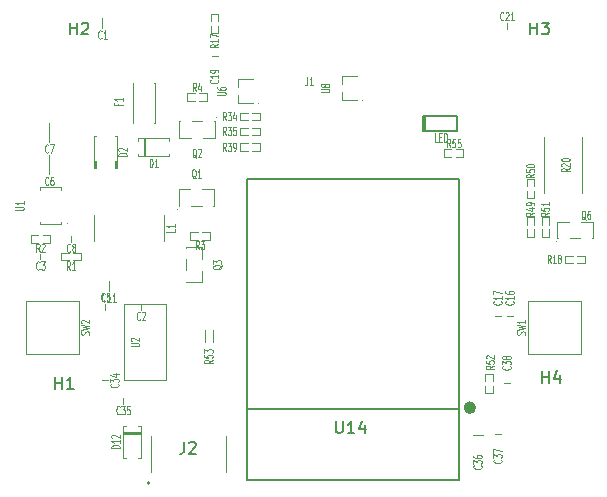
<source format=gbr>
G04 #@! TF.GenerationSoftware,KiCad,Pcbnew,(5.0.0)*
G04 #@! TF.CreationDate,2019-08-11T19:05:01-03:00*
G04 #@! TF.ProjectId,PF_apiner,50465F6170696E65722E6B696361645F,rev?*
G04 #@! TF.SameCoordinates,Original*
G04 #@! TF.FileFunction,Legend,Top*
G04 #@! TF.FilePolarity,Positive*
%FSLAX46Y46*%
G04 Gerber Fmt 4.6, Leading zero omitted, Abs format (unit mm)*
G04 Created by KiCad (PCBNEW (5.0.0)) date 08/11/19 19:05:01*
%MOMM*%
%LPD*%
G01*
G04 APERTURE LIST*
%ADD10C,0.101600*%
%ADD11C,0.500000*%
%ADD12C,0.150000*%
%ADD13C,0.127000*%
%ADD14C,0.114300*%
G04 APERTURE END LIST*
D10*
G04 #@! TO.C,F1*
X90090000Y-43785000D02*
X90090000Y-47215000D01*
X91920000Y-47215000D02*
X91920000Y-43785000D01*
X90110000Y-43785000D02*
X90090000Y-43785000D01*
X90110000Y-47215000D02*
X90090000Y-47215000D01*
X91920000Y-47215000D02*
X91900000Y-47215000D01*
X91920000Y-43785000D02*
X91900000Y-43785000D01*
G04 #@! TO.C,J2*
X91575000Y-73726000D02*
X91575000Y-76774000D01*
X97925000Y-76774000D02*
X97925000Y-73726000D01*
X91450000Y-77700000D02*
G75*
G03X91450000Y-77700000I-50000J0D01*
G01*
X91511803Y-77700000D02*
G75*
G03X91511803Y-77700000I-111803J0D01*
G01*
G04 #@! TO.C,Q6*
X129000000Y-56950000D02*
X128950000Y-56950000D01*
X126000000Y-56950000D02*
X126050000Y-56950000D01*
X127050000Y-56950000D02*
X127950000Y-56950000D01*
X125950000Y-57250000D02*
G75*
G03X125950000Y-57250000I-50000J0D01*
G01*
X128000000Y-55550000D02*
X129000000Y-55550000D01*
X126000000Y-55550000D02*
X127000000Y-55550000D01*
X129000000Y-55550000D02*
X129000000Y-56950000D01*
X126000000Y-56950000D02*
X126000000Y-55550000D01*
G04 #@! TO.C,C16*
X121750000Y-63500000D02*
X122250000Y-63500000D01*
G04 #@! TO.C,C1*
X87500000Y-39175000D02*
X87500000Y-38325000D01*
G04 #@! TO.C,C2*
X90750000Y-63000000D02*
X90750000Y-62500000D01*
G04 #@! TO.C,C3*
X82250000Y-58750000D02*
X82250000Y-58250000D01*
G04 #@! TO.C,C5*
X87750000Y-62500000D02*
X87750000Y-63000000D01*
G04 #@! TO.C,C6*
X83000000Y-51550000D02*
X83000000Y-49950000D01*
G04 #@! TO.C,C7*
X83000000Y-48800000D02*
X83000000Y-47200000D01*
G04 #@! TO.C,C8*
X84850000Y-57250000D02*
X84850000Y-56750000D01*
G04 #@! TO.C,C11*
X88048980Y-61449212D02*
X88048980Y-60599212D01*
G04 #@! TO.C,C17*
X120750000Y-63500000D02*
X121250000Y-63500000D01*
G04 #@! TO.C,C19*
X97250000Y-41500000D02*
X96750000Y-41500000D01*
G04 #@! TO.C,C21*
X121750000Y-38750000D02*
X121750000Y-39250000D01*
G04 #@! TO.C,C35*
X89250000Y-71000000D02*
X89250000Y-70500000D01*
G04 #@! TO.C,C36*
X119725000Y-73650000D02*
X118875000Y-73650000D01*
G04 #@! TO.C,C37*
X121250000Y-73500000D02*
X120750000Y-73500000D01*
G04 #@! TO.C,C38*
X122000000Y-69250000D02*
X121500000Y-69250000D01*
G04 #@! TO.C,D1*
X91075000Y-50020000D02*
X91075000Y-48480000D01*
X91145000Y-48480000D02*
X91145000Y-50020000D01*
X91005000Y-50020000D02*
X91005000Y-48480000D01*
X93175000Y-48480000D02*
X90475000Y-48480000D01*
X90475000Y-48480000D02*
X90475000Y-48710000D01*
X93175000Y-48480000D02*
X93175000Y-48710000D01*
X93175000Y-50020000D02*
X90475000Y-50020000D01*
X90475000Y-50020000D02*
X90475000Y-49790000D01*
X93175000Y-50020000D02*
X93175000Y-49790000D01*
G04 #@! TO.C,D2*
X86785000Y-48300000D02*
X86785000Y-51000000D01*
X88715000Y-48300000D02*
X88715000Y-51000000D01*
X88550000Y-51000000D02*
X88550000Y-50450000D01*
X88650000Y-51000000D02*
X88650000Y-50450000D01*
X86950000Y-51000000D02*
X86950000Y-50450000D01*
X86850000Y-51000000D02*
X86850000Y-50450000D01*
X88550000Y-51000000D02*
X88715000Y-51000000D01*
X86950000Y-51000000D02*
X86785000Y-51000000D01*
X88550000Y-50450000D02*
X88715000Y-50450000D01*
X86950000Y-50450000D02*
X86785000Y-50450000D01*
X88715000Y-48300000D02*
X88550000Y-48300000D01*
X86785000Y-48300000D02*
X86950000Y-48300000D01*
G04 #@! TO.C,D12*
X89230000Y-73425000D02*
X90770000Y-73425000D01*
X90770000Y-73495000D02*
X89230000Y-73495000D01*
X89230000Y-73355000D02*
X90770000Y-73355000D01*
X90770000Y-75525000D02*
X90770000Y-72825000D01*
X90770000Y-72825000D02*
X90540000Y-72825000D01*
X90770000Y-75525000D02*
X90540000Y-75525000D01*
X89230000Y-75525000D02*
X89230000Y-72825000D01*
X89230000Y-72825000D02*
X89460000Y-72825000D01*
X89230000Y-75525000D02*
X89460000Y-75525000D01*
G04 #@! TO.C,L1*
X86750000Y-57200000D02*
X86750000Y-55000000D01*
X92750000Y-55000000D02*
X92750000Y-57200000D01*
G04 #@! TO.C,Q1*
X96950000Y-54200000D02*
X96900000Y-54200000D01*
X93950000Y-54200000D02*
X94000000Y-54200000D01*
X95000000Y-54200000D02*
X95900000Y-54200000D01*
X93900000Y-54500000D02*
G75*
G03X93900000Y-54500000I-50000J0D01*
G01*
X95950000Y-52800000D02*
X96950000Y-52800000D01*
X93950000Y-52800000D02*
X94950000Y-52800000D01*
X96950000Y-52800000D02*
X96950000Y-54200000D01*
X93950000Y-54200000D02*
X93950000Y-52800000D01*
G04 #@! TO.C,Q2*
X94000000Y-47050000D02*
X94050000Y-47050000D01*
X97000000Y-47050000D02*
X96950000Y-47050000D01*
X95950000Y-47050000D02*
X95050000Y-47050000D01*
X97150000Y-46750000D02*
G75*
G03X97150000Y-46750000I-50000J0D01*
G01*
X95000000Y-48450000D02*
X94000000Y-48450000D01*
X97000000Y-48450000D02*
X96000000Y-48450000D01*
X94000000Y-48450000D02*
X94000000Y-47050000D01*
X97000000Y-47050000D02*
X97000000Y-48450000D01*
G04 #@! TO.C,Q3*
X94550000Y-60700000D02*
X94550000Y-60650000D01*
X94550000Y-57700000D02*
X94550000Y-57750000D01*
X94550000Y-58750000D02*
X94550000Y-59650000D01*
X94300000Y-57600000D02*
G75*
G03X94300000Y-57600000I-50000J0D01*
G01*
X95950000Y-59700000D02*
X95950000Y-60700000D01*
X95950000Y-57700000D02*
X95950000Y-58700000D01*
X95950000Y-60700000D02*
X94550000Y-60700000D01*
X94550000Y-57700000D02*
X95950000Y-57700000D01*
G04 #@! TO.C,R1*
X84030000Y-58180000D02*
X84650000Y-58180000D01*
X84030000Y-58820000D02*
X84030000Y-58180000D01*
X84650000Y-58820000D02*
X84030000Y-58820000D01*
X85670000Y-58180000D02*
X85050000Y-58180000D01*
X85670000Y-58820000D02*
X85670000Y-58180000D01*
X85050000Y-58820000D02*
X85670000Y-58820000D01*
G04 #@! TO.C,R2*
X81430000Y-56680000D02*
X82050000Y-56680000D01*
X81430000Y-57320000D02*
X81430000Y-56680000D01*
X82050000Y-57320000D02*
X81430000Y-57320000D01*
X83070000Y-56680000D02*
X82450000Y-56680000D01*
X83070000Y-57320000D02*
X83070000Y-56680000D01*
X82450000Y-57320000D02*
X83070000Y-57320000D01*
G04 #@! TO.C,R3*
X94930000Y-56430000D02*
X95550000Y-56430000D01*
X94930000Y-57070000D02*
X94930000Y-56430000D01*
X95550000Y-57070000D02*
X94930000Y-57070000D01*
X96570000Y-56430000D02*
X95950000Y-56430000D01*
X96570000Y-57070000D02*
X96570000Y-56430000D01*
X95950000Y-57070000D02*
X96570000Y-57070000D01*
G04 #@! TO.C,R4*
X96320000Y-45320000D02*
X95700000Y-45320000D01*
X96320000Y-44680000D02*
X96320000Y-45320000D01*
X95700000Y-44680000D02*
X96320000Y-44680000D01*
X94680000Y-45320000D02*
X95300000Y-45320000D01*
X94680000Y-44680000D02*
X94680000Y-45320000D01*
X95300000Y-44680000D02*
X94680000Y-44680000D01*
G04 #@! TO.C,R17*
X97320000Y-37930000D02*
X97320000Y-38550000D01*
X96680000Y-37930000D02*
X97320000Y-37930000D01*
X96680000Y-38550000D02*
X96680000Y-37930000D01*
X97320000Y-39570000D02*
X97320000Y-38950000D01*
X96680000Y-39570000D02*
X97320000Y-39570000D01*
X96680000Y-38950000D02*
X96680000Y-39570000D01*
G04 #@! TO.C,R18*
X126680000Y-58430000D02*
X127300000Y-58430000D01*
X126680000Y-59070000D02*
X126680000Y-58430000D01*
X127300000Y-59070000D02*
X126680000Y-59070000D01*
X128320000Y-58430000D02*
X127700000Y-58430000D01*
X128320000Y-59070000D02*
X128320000Y-58430000D01*
X127700000Y-59070000D02*
X128320000Y-59070000D01*
G04 #@! TO.C,R20*
X124900000Y-53150000D02*
X124900000Y-48350000D01*
X128100000Y-48350000D02*
X128100000Y-53150000D01*
G04 #@! TO.C,R34*
X99180000Y-46332714D02*
X99800000Y-46332714D01*
X99180000Y-46972714D02*
X99180000Y-46332714D01*
X99800000Y-46972714D02*
X99180000Y-46972714D01*
X100820000Y-46332714D02*
X100200000Y-46332714D01*
X100820000Y-46972714D02*
X100820000Y-46332714D01*
X100200000Y-46972714D02*
X100820000Y-46972714D01*
G04 #@! TO.C,R35*
X100820000Y-48222714D02*
X100200000Y-48222714D01*
X100820000Y-47582714D02*
X100820000Y-48222714D01*
X100200000Y-47582714D02*
X100820000Y-47582714D01*
X99180000Y-48222714D02*
X99800000Y-48222714D01*
X99180000Y-47582714D02*
X99180000Y-48222714D01*
X99800000Y-47582714D02*
X99180000Y-47582714D01*
G04 #@! TO.C,R39*
X99180000Y-48930000D02*
X99800000Y-48930000D01*
X99180000Y-49570000D02*
X99180000Y-48930000D01*
X99800000Y-49570000D02*
X99180000Y-49570000D01*
X100820000Y-48930000D02*
X100200000Y-48930000D01*
X100820000Y-49570000D02*
X100820000Y-48930000D01*
X100200000Y-49570000D02*
X100820000Y-49570000D01*
G04 #@! TO.C,R49*
X123430000Y-56820000D02*
X123430000Y-56200000D01*
X124070000Y-56820000D02*
X123430000Y-56820000D01*
X124070000Y-56200000D02*
X124070000Y-56820000D01*
X123430000Y-55180000D02*
X123430000Y-55800000D01*
X124070000Y-55180000D02*
X123430000Y-55180000D01*
X124070000Y-55800000D02*
X124070000Y-55180000D01*
G04 #@! TO.C,R50*
X123430000Y-53570000D02*
X123430000Y-52950000D01*
X124070000Y-53570000D02*
X123430000Y-53570000D01*
X124070000Y-52950000D02*
X124070000Y-53570000D01*
X123430000Y-51930000D02*
X123430000Y-52550000D01*
X124070000Y-51930000D02*
X123430000Y-51930000D01*
X124070000Y-52550000D02*
X124070000Y-51930000D01*
G04 #@! TO.C,R51*
X124680000Y-56820000D02*
X124680000Y-56200000D01*
X125320000Y-56820000D02*
X124680000Y-56820000D01*
X125320000Y-56200000D02*
X125320000Y-56820000D01*
X124680000Y-55180000D02*
X124680000Y-55800000D01*
X125320000Y-55180000D02*
X124680000Y-55180000D01*
X125320000Y-55800000D02*
X125320000Y-55180000D01*
G04 #@! TO.C,R52*
X119930000Y-70070000D02*
X119930000Y-69450000D01*
X120570000Y-70070000D02*
X119930000Y-70070000D01*
X120570000Y-69450000D02*
X120570000Y-70070000D01*
X119930000Y-68430000D02*
X119930000Y-69050000D01*
X120570000Y-68430000D02*
X119930000Y-68430000D01*
X120570000Y-69050000D02*
X120570000Y-68430000D01*
G04 #@! TO.C,R53*
X96820000Y-64750000D02*
X96820000Y-65750000D01*
X96180000Y-64750000D02*
X96180000Y-65750000D01*
G04 #@! TO.C,SW1*
X128000000Y-66750000D02*
X123500000Y-66750000D01*
X128000000Y-62250000D02*
X128000000Y-66750000D01*
X123500000Y-62250000D02*
X128000000Y-62250000D01*
X123500000Y-66750000D02*
X123500000Y-62250000D01*
G04 #@! TO.C,SW2*
X81000000Y-62250000D02*
X85500000Y-62250000D01*
X81000000Y-66750000D02*
X81000000Y-62250000D01*
X85500000Y-66750000D02*
X81000000Y-66750000D01*
X85500000Y-62250000D02*
X85500000Y-66750000D01*
G04 #@! TO.C,U1*
X84550000Y-55700000D02*
G75*
G03X84550000Y-55700000I-50000J0D01*
G01*
X82200000Y-55550000D02*
X82200000Y-55750000D01*
X84000000Y-55550000D02*
X84000000Y-55750000D01*
X82200000Y-52650000D02*
X82200000Y-52850000D01*
X84000000Y-52650000D02*
X84000000Y-52850000D01*
X82200000Y-52650000D02*
X84000000Y-52650000D01*
X84000000Y-55750000D02*
X82200000Y-55750000D01*
G04 #@! TO.C,U2*
X89350000Y-69000000D02*
X92850000Y-69000000D01*
X89350000Y-62500000D02*
X89350000Y-69000000D01*
X89350000Y-62500000D02*
X92850000Y-62500000D01*
X92850000Y-62500000D02*
X92850000Y-69000000D01*
G04 #@! TO.C,U6*
X100750000Y-45550000D02*
G75*
G03X100750000Y-45550000I-50000J0D01*
G01*
X98975000Y-45500000D02*
X100225000Y-45500000D01*
X98975000Y-44850000D02*
X98975000Y-45500000D01*
X98975000Y-43500000D02*
X100225000Y-43500000D01*
X98975000Y-43500000D02*
X98975000Y-44150000D01*
G04 #@! TO.C,U8*
X109550000Y-45300000D02*
G75*
G03X109550000Y-45300000I-50000J0D01*
G01*
X107775000Y-45250000D02*
X109025000Y-45250000D01*
X107775000Y-44600000D02*
X107775000Y-45250000D01*
X107775000Y-43250000D02*
X109025000Y-43250000D01*
X107775000Y-43250000D02*
X107775000Y-43900000D01*
D11*
G04 #@! TO.C,U14*
X118889981Y-71304000D02*
G75*
G03X118889981Y-71304000I-283981J0D01*
G01*
D12*
X99700000Y-71450000D02*
X117700000Y-71450000D01*
X117700000Y-77450000D02*
X117700000Y-51950000D01*
X99700000Y-77450000D02*
X99700000Y-51950000D01*
X99700000Y-51950000D02*
X117700000Y-51950000D01*
X99700000Y-77450000D02*
X117700000Y-77450000D01*
D10*
G04 #@! TO.C,C34*
X88000000Y-69000000D02*
X87500000Y-69000000D01*
D13*
G04 #@! TO.C,DS1*
X117525000Y-47850000D02*
X114625000Y-47850000D01*
X117525000Y-46650000D02*
X114625000Y-46650000D01*
X114625000Y-47850000D02*
X114625000Y-46650000D01*
X114825000Y-47850000D02*
X114825000Y-46650000D01*
X117525000Y-46650000D02*
X117525000Y-47850000D01*
D10*
G04 #@! TO.C,R55*
X118070000Y-50070000D02*
X117450000Y-50070000D01*
X118070000Y-49430000D02*
X118070000Y-50070000D01*
X117450000Y-49430000D02*
X118070000Y-49430000D01*
X116430000Y-50070000D02*
X117050000Y-50070000D01*
X116430000Y-49430000D02*
X116430000Y-50070000D01*
X117050000Y-49430000D02*
X116430000Y-49430000D01*
G04 #@! TO.C,F1*
X88849200Y-45552400D02*
X88849200Y-45704800D01*
X89221733Y-45704800D02*
X88510533Y-45704800D01*
X88510533Y-45487085D01*
X89221733Y-45073428D02*
X89221733Y-45334685D01*
X89221733Y-45204057D02*
X88510533Y-45204057D01*
X88612133Y-45247600D01*
X88679866Y-45291142D01*
X88713733Y-45334685D01*
G04 #@! TO.C,J2*
D12*
X94416666Y-74202380D02*
X94416666Y-74916666D01*
X94369047Y-75059523D01*
X94273809Y-75154761D01*
X94130952Y-75202380D01*
X94035714Y-75202380D01*
X94845238Y-74297619D02*
X94892857Y-74250000D01*
X94988095Y-74202380D01*
X95226190Y-74202380D01*
X95321428Y-74250000D01*
X95369047Y-74297619D01*
X95416666Y-74392857D01*
X95416666Y-74488095D01*
X95369047Y-74630952D01*
X94797619Y-75202380D01*
X95416666Y-75202380D01*
G04 #@! TO.C,Q6*
D14*
X128406457Y-55389466D02*
X128362914Y-55355600D01*
X128319371Y-55287866D01*
X128254057Y-55186266D01*
X128210514Y-55152400D01*
X128166971Y-55152400D01*
X128188742Y-55321733D02*
X128145200Y-55287866D01*
X128101657Y-55220133D01*
X128079885Y-55084666D01*
X128079885Y-54847600D01*
X128101657Y-54712133D01*
X128145200Y-54644400D01*
X128188742Y-54610533D01*
X128275828Y-54610533D01*
X128319371Y-54644400D01*
X128362914Y-54712133D01*
X128384685Y-54847600D01*
X128384685Y-55084666D01*
X128362914Y-55220133D01*
X128319371Y-55287866D01*
X128275828Y-55321733D01*
X128188742Y-55321733D01*
X128776571Y-54610533D02*
X128689485Y-54610533D01*
X128645942Y-54644400D01*
X128624171Y-54678266D01*
X128580628Y-54779866D01*
X128558857Y-54915333D01*
X128558857Y-55186266D01*
X128580628Y-55254000D01*
X128602400Y-55287866D01*
X128645942Y-55321733D01*
X128733028Y-55321733D01*
X128776571Y-55287866D01*
X128798342Y-55254000D01*
X128820114Y-55186266D01*
X128820114Y-55016933D01*
X128798342Y-54949200D01*
X128776571Y-54915333D01*
X128733028Y-54881466D01*
X128645942Y-54881466D01*
X128602400Y-54915333D01*
X128580628Y-54949200D01*
X128558857Y-55016933D01*
G04 #@! TO.C,C16*
D10*
X122254000Y-62293914D02*
X122287866Y-62315685D01*
X122321733Y-62381000D01*
X122321733Y-62424542D01*
X122287866Y-62489857D01*
X122220133Y-62533400D01*
X122152400Y-62555171D01*
X122016933Y-62576942D01*
X121915333Y-62576942D01*
X121779866Y-62555171D01*
X121712133Y-62533400D01*
X121644400Y-62489857D01*
X121610533Y-62424542D01*
X121610533Y-62381000D01*
X121644400Y-62315685D01*
X121678266Y-62293914D01*
X122321733Y-61858485D02*
X122321733Y-62119742D01*
X122321733Y-61989114D02*
X121610533Y-61989114D01*
X121712133Y-62032657D01*
X121779866Y-62076200D01*
X121813733Y-62119742D01*
X121610533Y-61466600D02*
X121610533Y-61553685D01*
X121644400Y-61597228D01*
X121678266Y-61619000D01*
X121779866Y-61662542D01*
X121915333Y-61684314D01*
X122186266Y-61684314D01*
X122254000Y-61662542D01*
X122287866Y-61640771D01*
X122321733Y-61597228D01*
X122321733Y-61510142D01*
X122287866Y-61466600D01*
X122254000Y-61444828D01*
X122186266Y-61423057D01*
X122016933Y-61423057D01*
X121949200Y-61444828D01*
X121915333Y-61466600D01*
X121881466Y-61510142D01*
X121881466Y-61597228D01*
X121915333Y-61640771D01*
X121949200Y-61662542D01*
X122016933Y-61684314D01*
G04 #@! TO.C,C1*
X87423800Y-40004000D02*
X87402028Y-40037866D01*
X87336714Y-40071733D01*
X87293171Y-40071733D01*
X87227857Y-40037866D01*
X87184314Y-39970133D01*
X87162542Y-39902400D01*
X87140771Y-39766933D01*
X87140771Y-39665333D01*
X87162542Y-39529866D01*
X87184314Y-39462133D01*
X87227857Y-39394400D01*
X87293171Y-39360533D01*
X87336714Y-39360533D01*
X87402028Y-39394400D01*
X87423800Y-39428266D01*
X87859228Y-40071733D02*
X87597971Y-40071733D01*
X87728600Y-40071733D02*
X87728600Y-39360533D01*
X87685057Y-39462133D01*
X87641514Y-39529866D01*
X87597971Y-39563733D01*
G04 #@! TO.C,C2*
X90673800Y-63804000D02*
X90652028Y-63837866D01*
X90586714Y-63871733D01*
X90543171Y-63871733D01*
X90477857Y-63837866D01*
X90434314Y-63770133D01*
X90412542Y-63702400D01*
X90390771Y-63566933D01*
X90390771Y-63465333D01*
X90412542Y-63329866D01*
X90434314Y-63262133D01*
X90477857Y-63194400D01*
X90543171Y-63160533D01*
X90586714Y-63160533D01*
X90652028Y-63194400D01*
X90673800Y-63228266D01*
X90847971Y-63228266D02*
X90869742Y-63194400D01*
X90913285Y-63160533D01*
X91022142Y-63160533D01*
X91065685Y-63194400D01*
X91087457Y-63228266D01*
X91109228Y-63296000D01*
X91109228Y-63363733D01*
X91087457Y-63465333D01*
X90826200Y-63871733D01*
X91109228Y-63871733D01*
G04 #@! TO.C,C3*
X82173800Y-59554000D02*
X82152028Y-59587866D01*
X82086714Y-59621733D01*
X82043171Y-59621733D01*
X81977857Y-59587866D01*
X81934314Y-59520133D01*
X81912542Y-59452400D01*
X81890771Y-59316933D01*
X81890771Y-59215333D01*
X81912542Y-59079866D01*
X81934314Y-59012133D01*
X81977857Y-58944400D01*
X82043171Y-58910533D01*
X82086714Y-58910533D01*
X82152028Y-58944400D01*
X82173800Y-58978266D01*
X82326200Y-58910533D02*
X82609228Y-58910533D01*
X82456828Y-59181466D01*
X82522142Y-59181466D01*
X82565685Y-59215333D01*
X82587457Y-59249200D01*
X82609228Y-59316933D01*
X82609228Y-59486266D01*
X82587457Y-59554000D01*
X82565685Y-59587866D01*
X82522142Y-59621733D01*
X82391514Y-59621733D01*
X82347971Y-59587866D01*
X82326200Y-59554000D01*
G04 #@! TO.C,C5*
X87673800Y-62204000D02*
X87652028Y-62237866D01*
X87586714Y-62271733D01*
X87543171Y-62271733D01*
X87477857Y-62237866D01*
X87434314Y-62170133D01*
X87412542Y-62102400D01*
X87390771Y-61966933D01*
X87390771Y-61865333D01*
X87412542Y-61729866D01*
X87434314Y-61662133D01*
X87477857Y-61594400D01*
X87543171Y-61560533D01*
X87586714Y-61560533D01*
X87652028Y-61594400D01*
X87673800Y-61628266D01*
X88087457Y-61560533D02*
X87869742Y-61560533D01*
X87847971Y-61899200D01*
X87869742Y-61865333D01*
X87913285Y-61831466D01*
X88022142Y-61831466D01*
X88065685Y-61865333D01*
X88087457Y-61899200D01*
X88109228Y-61966933D01*
X88109228Y-62136266D01*
X88087457Y-62204000D01*
X88065685Y-62237866D01*
X88022142Y-62271733D01*
X87913285Y-62271733D01*
X87869742Y-62237866D01*
X87847971Y-62204000D01*
G04 #@! TO.C,C6*
X82923800Y-52404000D02*
X82902028Y-52437866D01*
X82836714Y-52471733D01*
X82793171Y-52471733D01*
X82727857Y-52437866D01*
X82684314Y-52370133D01*
X82662542Y-52302400D01*
X82640771Y-52166933D01*
X82640771Y-52065333D01*
X82662542Y-51929866D01*
X82684314Y-51862133D01*
X82727857Y-51794400D01*
X82793171Y-51760533D01*
X82836714Y-51760533D01*
X82902028Y-51794400D01*
X82923800Y-51828266D01*
X83315685Y-51760533D02*
X83228600Y-51760533D01*
X83185057Y-51794400D01*
X83163285Y-51828266D01*
X83119742Y-51929866D01*
X83097971Y-52065333D01*
X83097971Y-52336266D01*
X83119742Y-52404000D01*
X83141514Y-52437866D01*
X83185057Y-52471733D01*
X83272142Y-52471733D01*
X83315685Y-52437866D01*
X83337457Y-52404000D01*
X83359228Y-52336266D01*
X83359228Y-52166933D01*
X83337457Y-52099200D01*
X83315685Y-52065333D01*
X83272142Y-52031466D01*
X83185057Y-52031466D01*
X83141514Y-52065333D01*
X83119742Y-52099200D01*
X83097971Y-52166933D01*
G04 #@! TO.C,C7*
X82923800Y-49654000D02*
X82902028Y-49687866D01*
X82836714Y-49721733D01*
X82793171Y-49721733D01*
X82727857Y-49687866D01*
X82684314Y-49620133D01*
X82662542Y-49552400D01*
X82640771Y-49416933D01*
X82640771Y-49315333D01*
X82662542Y-49179866D01*
X82684314Y-49112133D01*
X82727857Y-49044400D01*
X82793171Y-49010533D01*
X82836714Y-49010533D01*
X82902028Y-49044400D01*
X82923800Y-49078266D01*
X83076200Y-49010533D02*
X83381000Y-49010533D01*
X83185057Y-49721733D01*
G04 #@! TO.C,C8*
X84773800Y-58054000D02*
X84752028Y-58087866D01*
X84686714Y-58121733D01*
X84643171Y-58121733D01*
X84577857Y-58087866D01*
X84534314Y-58020133D01*
X84512542Y-57952400D01*
X84490771Y-57816933D01*
X84490771Y-57715333D01*
X84512542Y-57579866D01*
X84534314Y-57512133D01*
X84577857Y-57444400D01*
X84643171Y-57410533D01*
X84686714Y-57410533D01*
X84752028Y-57444400D01*
X84773800Y-57478266D01*
X85035057Y-57715333D02*
X84991514Y-57681466D01*
X84969742Y-57647600D01*
X84947971Y-57579866D01*
X84947971Y-57546000D01*
X84969742Y-57478266D01*
X84991514Y-57444400D01*
X85035057Y-57410533D01*
X85122142Y-57410533D01*
X85165685Y-57444400D01*
X85187457Y-57478266D01*
X85209228Y-57546000D01*
X85209228Y-57579866D01*
X85187457Y-57647600D01*
X85165685Y-57681466D01*
X85122142Y-57715333D01*
X85035057Y-57715333D01*
X84991514Y-57749200D01*
X84969742Y-57783066D01*
X84947971Y-57850800D01*
X84947971Y-57986266D01*
X84969742Y-58054000D01*
X84991514Y-58087866D01*
X85035057Y-58121733D01*
X85122142Y-58121733D01*
X85165685Y-58087866D01*
X85187457Y-58054000D01*
X85209228Y-57986266D01*
X85209228Y-57850800D01*
X85187457Y-57783066D01*
X85165685Y-57749200D01*
X85122142Y-57715333D01*
G04 #@! TO.C,C11*
X87755065Y-62278212D02*
X87733294Y-62312078D01*
X87667980Y-62345945D01*
X87624437Y-62345945D01*
X87559122Y-62312078D01*
X87515580Y-62244345D01*
X87493808Y-62176612D01*
X87472037Y-62041145D01*
X87472037Y-61939545D01*
X87493808Y-61804078D01*
X87515580Y-61736345D01*
X87559122Y-61668612D01*
X87624437Y-61634745D01*
X87667980Y-61634745D01*
X87733294Y-61668612D01*
X87755065Y-61702478D01*
X88190494Y-62345945D02*
X87929237Y-62345945D01*
X88059865Y-62345945D02*
X88059865Y-61634745D01*
X88016322Y-61736345D01*
X87972780Y-61804078D01*
X87929237Y-61837945D01*
X88625922Y-62345945D02*
X88364665Y-62345945D01*
X88495294Y-62345945D02*
X88495294Y-61634745D01*
X88451751Y-61736345D01*
X88408208Y-61804078D01*
X88364665Y-61837945D01*
G04 #@! TO.C,C17*
X121254000Y-62293914D02*
X121287866Y-62315685D01*
X121321733Y-62381000D01*
X121321733Y-62424542D01*
X121287866Y-62489857D01*
X121220133Y-62533400D01*
X121152400Y-62555171D01*
X121016933Y-62576942D01*
X120915333Y-62576942D01*
X120779866Y-62555171D01*
X120712133Y-62533400D01*
X120644400Y-62489857D01*
X120610533Y-62424542D01*
X120610533Y-62381000D01*
X120644400Y-62315685D01*
X120678266Y-62293914D01*
X121321733Y-61858485D02*
X121321733Y-62119742D01*
X121321733Y-61989114D02*
X120610533Y-61989114D01*
X120712133Y-62032657D01*
X120779866Y-62076200D01*
X120813733Y-62119742D01*
X120610533Y-61706085D02*
X120610533Y-61401285D01*
X121321733Y-61597228D01*
G04 #@! TO.C,C19*
X97254000Y-43543914D02*
X97287866Y-43565685D01*
X97321733Y-43631000D01*
X97321733Y-43674542D01*
X97287866Y-43739857D01*
X97220133Y-43783400D01*
X97152400Y-43805171D01*
X97016933Y-43826942D01*
X96915333Y-43826942D01*
X96779866Y-43805171D01*
X96712133Y-43783400D01*
X96644400Y-43739857D01*
X96610533Y-43674542D01*
X96610533Y-43631000D01*
X96644400Y-43565685D01*
X96678266Y-43543914D01*
X97321733Y-43108485D02*
X97321733Y-43369742D01*
X97321733Y-43239114D02*
X96610533Y-43239114D01*
X96712133Y-43282657D01*
X96779866Y-43326200D01*
X96813733Y-43369742D01*
X97321733Y-42890771D02*
X97321733Y-42803685D01*
X97287866Y-42760142D01*
X97254000Y-42738371D01*
X97152400Y-42694828D01*
X97016933Y-42673057D01*
X96746000Y-42673057D01*
X96678266Y-42694828D01*
X96644400Y-42716600D01*
X96610533Y-42760142D01*
X96610533Y-42847228D01*
X96644400Y-42890771D01*
X96678266Y-42912542D01*
X96746000Y-42934314D01*
X96915333Y-42934314D01*
X96983066Y-42912542D01*
X97016933Y-42890771D01*
X97050800Y-42847228D01*
X97050800Y-42760142D01*
X97016933Y-42716600D01*
X96983066Y-42694828D01*
X96915333Y-42673057D01*
G04 #@! TO.C,C21*
X121456085Y-38454000D02*
X121434314Y-38487866D01*
X121369000Y-38521733D01*
X121325457Y-38521733D01*
X121260142Y-38487866D01*
X121216600Y-38420133D01*
X121194828Y-38352400D01*
X121173057Y-38216933D01*
X121173057Y-38115333D01*
X121194828Y-37979866D01*
X121216600Y-37912133D01*
X121260142Y-37844400D01*
X121325457Y-37810533D01*
X121369000Y-37810533D01*
X121434314Y-37844400D01*
X121456085Y-37878266D01*
X121630257Y-37878266D02*
X121652028Y-37844400D01*
X121695571Y-37810533D01*
X121804428Y-37810533D01*
X121847971Y-37844400D01*
X121869742Y-37878266D01*
X121891514Y-37946000D01*
X121891514Y-38013733D01*
X121869742Y-38115333D01*
X121608485Y-38521733D01*
X121891514Y-38521733D01*
X122326942Y-38521733D02*
X122065685Y-38521733D01*
X122196314Y-38521733D02*
X122196314Y-37810533D01*
X122152771Y-37912133D01*
X122109228Y-37979866D01*
X122065685Y-38013733D01*
G04 #@! TO.C,C35*
X88956085Y-71804000D02*
X88934314Y-71837866D01*
X88869000Y-71871733D01*
X88825457Y-71871733D01*
X88760142Y-71837866D01*
X88716600Y-71770133D01*
X88694828Y-71702400D01*
X88673057Y-71566933D01*
X88673057Y-71465333D01*
X88694828Y-71329866D01*
X88716600Y-71262133D01*
X88760142Y-71194400D01*
X88825457Y-71160533D01*
X88869000Y-71160533D01*
X88934314Y-71194400D01*
X88956085Y-71228266D01*
X89108485Y-71160533D02*
X89391514Y-71160533D01*
X89239114Y-71431466D01*
X89304428Y-71431466D01*
X89347971Y-71465333D01*
X89369742Y-71499200D01*
X89391514Y-71566933D01*
X89391514Y-71736266D01*
X89369742Y-71804000D01*
X89347971Y-71837866D01*
X89304428Y-71871733D01*
X89173800Y-71871733D01*
X89130257Y-71837866D01*
X89108485Y-71804000D01*
X89805171Y-71160533D02*
X89587457Y-71160533D01*
X89565685Y-71499200D01*
X89587457Y-71465333D01*
X89631000Y-71431466D01*
X89739857Y-71431466D01*
X89783400Y-71465333D01*
X89805171Y-71499200D01*
X89826942Y-71566933D01*
X89826942Y-71736266D01*
X89805171Y-71804000D01*
X89783400Y-71837866D01*
X89739857Y-71871733D01*
X89631000Y-71871733D01*
X89587457Y-71837866D01*
X89565685Y-71804000D01*
G04 #@! TO.C,C36*
X119554000Y-76193914D02*
X119587866Y-76215685D01*
X119621733Y-76281000D01*
X119621733Y-76324542D01*
X119587866Y-76389857D01*
X119520133Y-76433400D01*
X119452400Y-76455171D01*
X119316933Y-76476942D01*
X119215333Y-76476942D01*
X119079866Y-76455171D01*
X119012133Y-76433400D01*
X118944400Y-76389857D01*
X118910533Y-76324542D01*
X118910533Y-76281000D01*
X118944400Y-76215685D01*
X118978266Y-76193914D01*
X118910533Y-76041514D02*
X118910533Y-75758485D01*
X119181466Y-75910885D01*
X119181466Y-75845571D01*
X119215333Y-75802028D01*
X119249200Y-75780257D01*
X119316933Y-75758485D01*
X119486266Y-75758485D01*
X119554000Y-75780257D01*
X119587866Y-75802028D01*
X119621733Y-75845571D01*
X119621733Y-75976200D01*
X119587866Y-76019742D01*
X119554000Y-76041514D01*
X118910533Y-75366600D02*
X118910533Y-75453685D01*
X118944400Y-75497228D01*
X118978266Y-75519000D01*
X119079866Y-75562542D01*
X119215333Y-75584314D01*
X119486266Y-75584314D01*
X119554000Y-75562542D01*
X119587866Y-75540771D01*
X119621733Y-75497228D01*
X119621733Y-75410142D01*
X119587866Y-75366600D01*
X119554000Y-75344828D01*
X119486266Y-75323057D01*
X119316933Y-75323057D01*
X119249200Y-75344828D01*
X119215333Y-75366600D01*
X119181466Y-75410142D01*
X119181466Y-75497228D01*
X119215333Y-75540771D01*
X119249200Y-75562542D01*
X119316933Y-75584314D01*
G04 #@! TO.C,C37*
X121254000Y-75693914D02*
X121287866Y-75715685D01*
X121321733Y-75781000D01*
X121321733Y-75824542D01*
X121287866Y-75889857D01*
X121220133Y-75933400D01*
X121152400Y-75955171D01*
X121016933Y-75976942D01*
X120915333Y-75976942D01*
X120779866Y-75955171D01*
X120712133Y-75933400D01*
X120644400Y-75889857D01*
X120610533Y-75824542D01*
X120610533Y-75781000D01*
X120644400Y-75715685D01*
X120678266Y-75693914D01*
X120610533Y-75541514D02*
X120610533Y-75258485D01*
X120881466Y-75410885D01*
X120881466Y-75345571D01*
X120915333Y-75302028D01*
X120949200Y-75280257D01*
X121016933Y-75258485D01*
X121186266Y-75258485D01*
X121254000Y-75280257D01*
X121287866Y-75302028D01*
X121321733Y-75345571D01*
X121321733Y-75476200D01*
X121287866Y-75519742D01*
X121254000Y-75541514D01*
X120610533Y-75106085D02*
X120610533Y-74801285D01*
X121321733Y-74997228D01*
G04 #@! TO.C,C38*
X122004000Y-67793914D02*
X122037866Y-67815685D01*
X122071733Y-67881000D01*
X122071733Y-67924542D01*
X122037866Y-67989857D01*
X121970133Y-68033400D01*
X121902400Y-68055171D01*
X121766933Y-68076942D01*
X121665333Y-68076942D01*
X121529866Y-68055171D01*
X121462133Y-68033400D01*
X121394400Y-67989857D01*
X121360533Y-67924542D01*
X121360533Y-67881000D01*
X121394400Y-67815685D01*
X121428266Y-67793914D01*
X121360533Y-67641514D02*
X121360533Y-67358485D01*
X121631466Y-67510885D01*
X121631466Y-67445571D01*
X121665333Y-67402028D01*
X121699200Y-67380257D01*
X121766933Y-67358485D01*
X121936266Y-67358485D01*
X122004000Y-67380257D01*
X122037866Y-67402028D01*
X122071733Y-67445571D01*
X122071733Y-67576200D01*
X122037866Y-67619742D01*
X122004000Y-67641514D01*
X121665333Y-67097228D02*
X121631466Y-67140771D01*
X121597600Y-67162542D01*
X121529866Y-67184314D01*
X121496000Y-67184314D01*
X121428266Y-67162542D01*
X121394400Y-67140771D01*
X121360533Y-67097228D01*
X121360533Y-67010142D01*
X121394400Y-66966600D01*
X121428266Y-66944828D01*
X121496000Y-66923057D01*
X121529866Y-66923057D01*
X121597600Y-66944828D01*
X121631466Y-66966600D01*
X121665333Y-67010142D01*
X121665333Y-67097228D01*
X121699200Y-67140771D01*
X121733066Y-67162542D01*
X121800800Y-67184314D01*
X121936266Y-67184314D01*
X122004000Y-67162542D01*
X122037866Y-67140771D01*
X122071733Y-67097228D01*
X122071733Y-67010142D01*
X122037866Y-66966600D01*
X122004000Y-66944828D01*
X121936266Y-66923057D01*
X121800800Y-66923057D01*
X121733066Y-66944828D01*
X121699200Y-66966600D01*
X121665333Y-67010142D01*
G04 #@! TO.C,D1*
X91487542Y-50921733D02*
X91487542Y-50210533D01*
X91596400Y-50210533D01*
X91661714Y-50244400D01*
X91705257Y-50312133D01*
X91727028Y-50379866D01*
X91748800Y-50515333D01*
X91748800Y-50616933D01*
X91727028Y-50752400D01*
X91705257Y-50820133D01*
X91661714Y-50887866D01*
X91596400Y-50921733D01*
X91487542Y-50921733D01*
X92184228Y-50921733D02*
X91922971Y-50921733D01*
X92053600Y-50921733D02*
X92053600Y-50210533D01*
X92010057Y-50312133D01*
X91966514Y-50379866D01*
X91922971Y-50413733D01*
G04 #@! TO.C,D2*
X89571733Y-49987457D02*
X88860533Y-49987457D01*
X88860533Y-49878600D01*
X88894400Y-49813285D01*
X88962133Y-49769742D01*
X89029866Y-49747971D01*
X89165333Y-49726200D01*
X89266933Y-49726200D01*
X89402400Y-49747971D01*
X89470133Y-49769742D01*
X89537866Y-49813285D01*
X89571733Y-49878600D01*
X89571733Y-49987457D01*
X88928266Y-49552028D02*
X88894400Y-49530257D01*
X88860533Y-49486714D01*
X88860533Y-49377857D01*
X88894400Y-49334314D01*
X88928266Y-49312542D01*
X88996000Y-49290771D01*
X89063733Y-49290771D01*
X89165333Y-49312542D01*
X89571733Y-49573800D01*
X89571733Y-49290771D01*
G04 #@! TO.C,D12*
X88971733Y-74730171D02*
X88260533Y-74730171D01*
X88260533Y-74621314D01*
X88294400Y-74556000D01*
X88362133Y-74512457D01*
X88429866Y-74490685D01*
X88565333Y-74468914D01*
X88666933Y-74468914D01*
X88802400Y-74490685D01*
X88870133Y-74512457D01*
X88937866Y-74556000D01*
X88971733Y-74621314D01*
X88971733Y-74730171D01*
X88971733Y-74033485D02*
X88971733Y-74294742D01*
X88971733Y-74164114D02*
X88260533Y-74164114D01*
X88362133Y-74207657D01*
X88429866Y-74251200D01*
X88463733Y-74294742D01*
X88328266Y-73859314D02*
X88294400Y-73837542D01*
X88260533Y-73794000D01*
X88260533Y-73685142D01*
X88294400Y-73641600D01*
X88328266Y-73619828D01*
X88396000Y-73598057D01*
X88463733Y-73598057D01*
X88565333Y-73619828D01*
X88971733Y-73881085D01*
X88971733Y-73598057D01*
G04 #@! TO.C,J1*
X104847600Y-43310533D02*
X104847600Y-43818533D01*
X104825828Y-43920133D01*
X104782285Y-43987866D01*
X104716971Y-44021733D01*
X104673428Y-44021733D01*
X105304800Y-44021733D02*
X105043542Y-44021733D01*
X105174171Y-44021733D02*
X105174171Y-43310533D01*
X105130628Y-43412133D01*
X105087085Y-43479866D01*
X105043542Y-43513733D01*
G04 #@! TO.C,L1*
X93621733Y-56176200D02*
X93621733Y-56393914D01*
X92910533Y-56393914D01*
X93621733Y-55784314D02*
X93621733Y-56045571D01*
X93621733Y-55914942D02*
X92910533Y-55914942D01*
X93012133Y-55958485D01*
X93079866Y-56002028D01*
X93113733Y-56045571D01*
G04 #@! TO.C,Q1*
D14*
X95406457Y-51889466D02*
X95362914Y-51855600D01*
X95319371Y-51787866D01*
X95254057Y-51686266D01*
X95210514Y-51652400D01*
X95166971Y-51652400D01*
X95188742Y-51821733D02*
X95145200Y-51787866D01*
X95101657Y-51720133D01*
X95079885Y-51584666D01*
X95079885Y-51347600D01*
X95101657Y-51212133D01*
X95145200Y-51144400D01*
X95188742Y-51110533D01*
X95275828Y-51110533D01*
X95319371Y-51144400D01*
X95362914Y-51212133D01*
X95384685Y-51347600D01*
X95384685Y-51584666D01*
X95362914Y-51720133D01*
X95319371Y-51787866D01*
X95275828Y-51821733D01*
X95188742Y-51821733D01*
X95820114Y-51821733D02*
X95558857Y-51821733D01*
X95689485Y-51821733D02*
X95689485Y-51110533D01*
X95645942Y-51212133D01*
X95602400Y-51279866D01*
X95558857Y-51313733D01*
G04 #@! TO.C,Q2*
X95456457Y-50139466D02*
X95412914Y-50105600D01*
X95369371Y-50037866D01*
X95304057Y-49936266D01*
X95260514Y-49902400D01*
X95216971Y-49902400D01*
X95238742Y-50071733D02*
X95195200Y-50037866D01*
X95151657Y-49970133D01*
X95129885Y-49834666D01*
X95129885Y-49597600D01*
X95151657Y-49462133D01*
X95195200Y-49394400D01*
X95238742Y-49360533D01*
X95325828Y-49360533D01*
X95369371Y-49394400D01*
X95412914Y-49462133D01*
X95434685Y-49597600D01*
X95434685Y-49834666D01*
X95412914Y-49970133D01*
X95369371Y-50037866D01*
X95325828Y-50071733D01*
X95238742Y-50071733D01*
X95608857Y-49428266D02*
X95630628Y-49394400D01*
X95674171Y-49360533D01*
X95783028Y-49360533D01*
X95826571Y-49394400D01*
X95848342Y-49428266D01*
X95870114Y-49496000D01*
X95870114Y-49563733D01*
X95848342Y-49665333D01*
X95587085Y-50071733D01*
X95870114Y-50071733D01*
G04 #@! TO.C,Q3*
X97639466Y-59243542D02*
X97605600Y-59287085D01*
X97537866Y-59330628D01*
X97436266Y-59395942D01*
X97402400Y-59439485D01*
X97402400Y-59483028D01*
X97571733Y-59461257D02*
X97537866Y-59504800D01*
X97470133Y-59548342D01*
X97334666Y-59570114D01*
X97097600Y-59570114D01*
X96962133Y-59548342D01*
X96894400Y-59504800D01*
X96860533Y-59461257D01*
X96860533Y-59374171D01*
X96894400Y-59330628D01*
X96962133Y-59287085D01*
X97097600Y-59265314D01*
X97334666Y-59265314D01*
X97470133Y-59287085D01*
X97537866Y-59330628D01*
X97571733Y-59374171D01*
X97571733Y-59461257D01*
X96860533Y-59112914D02*
X96860533Y-58829885D01*
X97131466Y-58982285D01*
X97131466Y-58916971D01*
X97165333Y-58873428D01*
X97199200Y-58851657D01*
X97266933Y-58829885D01*
X97436266Y-58829885D01*
X97504000Y-58851657D01*
X97537866Y-58873428D01*
X97571733Y-58916971D01*
X97571733Y-59047600D01*
X97537866Y-59091142D01*
X97504000Y-59112914D01*
G04 #@! TO.C,R1*
D10*
X84773800Y-59621733D02*
X84621400Y-59283066D01*
X84512542Y-59621733D02*
X84512542Y-58910533D01*
X84686714Y-58910533D01*
X84730257Y-58944400D01*
X84752028Y-58978266D01*
X84773800Y-59046000D01*
X84773800Y-59147600D01*
X84752028Y-59215333D01*
X84730257Y-59249200D01*
X84686714Y-59283066D01*
X84512542Y-59283066D01*
X85209228Y-59621733D02*
X84947971Y-59621733D01*
X85078600Y-59621733D02*
X85078600Y-58910533D01*
X85035057Y-59012133D01*
X84991514Y-59079866D01*
X84947971Y-59113733D01*
G04 #@! TO.C,R2*
X82173800Y-58121733D02*
X82021400Y-57783066D01*
X81912542Y-58121733D02*
X81912542Y-57410533D01*
X82086714Y-57410533D01*
X82130257Y-57444400D01*
X82152028Y-57478266D01*
X82173800Y-57546000D01*
X82173800Y-57647600D01*
X82152028Y-57715333D01*
X82130257Y-57749200D01*
X82086714Y-57783066D01*
X81912542Y-57783066D01*
X82347971Y-57478266D02*
X82369742Y-57444400D01*
X82413285Y-57410533D01*
X82522142Y-57410533D01*
X82565685Y-57444400D01*
X82587457Y-57478266D01*
X82609228Y-57546000D01*
X82609228Y-57613733D01*
X82587457Y-57715333D01*
X82326200Y-58121733D01*
X82609228Y-58121733D01*
G04 #@! TO.C,R3*
X95673800Y-57871733D02*
X95521400Y-57533066D01*
X95412542Y-57871733D02*
X95412542Y-57160533D01*
X95586714Y-57160533D01*
X95630257Y-57194400D01*
X95652028Y-57228266D01*
X95673800Y-57296000D01*
X95673800Y-57397600D01*
X95652028Y-57465333D01*
X95630257Y-57499200D01*
X95586714Y-57533066D01*
X95412542Y-57533066D01*
X95826200Y-57160533D02*
X96109228Y-57160533D01*
X95956828Y-57431466D01*
X96022142Y-57431466D01*
X96065685Y-57465333D01*
X96087457Y-57499200D01*
X96109228Y-57566933D01*
X96109228Y-57736266D01*
X96087457Y-57804000D01*
X96065685Y-57837866D01*
X96022142Y-57871733D01*
X95891514Y-57871733D01*
X95847971Y-57837866D01*
X95826200Y-57804000D01*
G04 #@! TO.C,R4*
X95423800Y-44521733D02*
X95271400Y-44183066D01*
X95162542Y-44521733D02*
X95162542Y-43810533D01*
X95336714Y-43810533D01*
X95380257Y-43844400D01*
X95402028Y-43878266D01*
X95423800Y-43946000D01*
X95423800Y-44047600D01*
X95402028Y-44115333D01*
X95380257Y-44149200D01*
X95336714Y-44183066D01*
X95162542Y-44183066D01*
X95815685Y-44047600D02*
X95815685Y-44521733D01*
X95706828Y-43776666D02*
X95597971Y-44284666D01*
X95881000Y-44284666D01*
G04 #@! TO.C,R17*
X97321733Y-40543914D02*
X96983066Y-40696314D01*
X97321733Y-40805171D02*
X96610533Y-40805171D01*
X96610533Y-40631000D01*
X96644400Y-40587457D01*
X96678266Y-40565685D01*
X96746000Y-40543914D01*
X96847600Y-40543914D01*
X96915333Y-40565685D01*
X96949200Y-40587457D01*
X96983066Y-40631000D01*
X96983066Y-40805171D01*
X97321733Y-40108485D02*
X97321733Y-40369742D01*
X97321733Y-40239114D02*
X96610533Y-40239114D01*
X96712133Y-40282657D01*
X96779866Y-40326200D01*
X96813733Y-40369742D01*
X96610533Y-39956085D02*
X96610533Y-39651285D01*
X97321733Y-39847228D01*
G04 #@! TO.C,R18*
X125456085Y-59071733D02*
X125303685Y-58733066D01*
X125194828Y-59071733D02*
X125194828Y-58360533D01*
X125369000Y-58360533D01*
X125412542Y-58394400D01*
X125434314Y-58428266D01*
X125456085Y-58496000D01*
X125456085Y-58597600D01*
X125434314Y-58665333D01*
X125412542Y-58699200D01*
X125369000Y-58733066D01*
X125194828Y-58733066D01*
X125891514Y-59071733D02*
X125630257Y-59071733D01*
X125760885Y-59071733D02*
X125760885Y-58360533D01*
X125717342Y-58462133D01*
X125673800Y-58529866D01*
X125630257Y-58563733D01*
X126152771Y-58665333D02*
X126109228Y-58631466D01*
X126087457Y-58597600D01*
X126065685Y-58529866D01*
X126065685Y-58496000D01*
X126087457Y-58428266D01*
X126109228Y-58394400D01*
X126152771Y-58360533D01*
X126239857Y-58360533D01*
X126283400Y-58394400D01*
X126305171Y-58428266D01*
X126326942Y-58496000D01*
X126326942Y-58529866D01*
X126305171Y-58597600D01*
X126283400Y-58631466D01*
X126239857Y-58665333D01*
X126152771Y-58665333D01*
X126109228Y-58699200D01*
X126087457Y-58733066D01*
X126065685Y-58800800D01*
X126065685Y-58936266D01*
X126087457Y-59004000D01*
X126109228Y-59037866D01*
X126152771Y-59071733D01*
X126239857Y-59071733D01*
X126283400Y-59037866D01*
X126305171Y-59004000D01*
X126326942Y-58936266D01*
X126326942Y-58800800D01*
X126305171Y-58733066D01*
X126283400Y-58699200D01*
X126239857Y-58665333D01*
G04 #@! TO.C,R20*
D14*
X127071733Y-51043914D02*
X126733066Y-51196314D01*
X127071733Y-51305171D02*
X126360533Y-51305171D01*
X126360533Y-51131000D01*
X126394400Y-51087457D01*
X126428266Y-51065685D01*
X126496000Y-51043914D01*
X126597600Y-51043914D01*
X126665333Y-51065685D01*
X126699200Y-51087457D01*
X126733066Y-51131000D01*
X126733066Y-51305171D01*
X126428266Y-50869742D02*
X126394400Y-50847971D01*
X126360533Y-50804428D01*
X126360533Y-50695571D01*
X126394400Y-50652028D01*
X126428266Y-50630257D01*
X126496000Y-50608485D01*
X126563733Y-50608485D01*
X126665333Y-50630257D01*
X127071733Y-50891514D01*
X127071733Y-50608485D01*
X126360533Y-50325457D02*
X126360533Y-50281914D01*
X126394400Y-50238371D01*
X126428266Y-50216600D01*
X126496000Y-50194828D01*
X126631466Y-50173057D01*
X126800800Y-50173057D01*
X126936266Y-50194828D01*
X127004000Y-50216600D01*
X127037866Y-50238371D01*
X127071733Y-50281914D01*
X127071733Y-50325457D01*
X127037866Y-50369000D01*
X127004000Y-50390771D01*
X126936266Y-50412542D01*
X126800800Y-50434314D01*
X126631466Y-50434314D01*
X126496000Y-50412542D01*
X126428266Y-50390771D01*
X126394400Y-50369000D01*
X126360533Y-50325457D01*
G04 #@! TO.C,R34*
D10*
X97956085Y-46974447D02*
X97803685Y-46635780D01*
X97694828Y-46974447D02*
X97694828Y-46263247D01*
X97869000Y-46263247D01*
X97912542Y-46297114D01*
X97934314Y-46330980D01*
X97956085Y-46398714D01*
X97956085Y-46500314D01*
X97934314Y-46568047D01*
X97912542Y-46601914D01*
X97869000Y-46635780D01*
X97694828Y-46635780D01*
X98108485Y-46263247D02*
X98391514Y-46263247D01*
X98239114Y-46534180D01*
X98304428Y-46534180D01*
X98347971Y-46568047D01*
X98369742Y-46601914D01*
X98391514Y-46669647D01*
X98391514Y-46838980D01*
X98369742Y-46906714D01*
X98347971Y-46940580D01*
X98304428Y-46974447D01*
X98173800Y-46974447D01*
X98130257Y-46940580D01*
X98108485Y-46906714D01*
X98783400Y-46500314D02*
X98783400Y-46974447D01*
X98674542Y-46229380D02*
X98565685Y-46737380D01*
X98848714Y-46737380D01*
G04 #@! TO.C,R35*
X97956085Y-48224447D02*
X97803685Y-47885780D01*
X97694828Y-48224447D02*
X97694828Y-47513247D01*
X97869000Y-47513247D01*
X97912542Y-47547114D01*
X97934314Y-47580980D01*
X97956085Y-47648714D01*
X97956085Y-47750314D01*
X97934314Y-47818047D01*
X97912542Y-47851914D01*
X97869000Y-47885780D01*
X97694828Y-47885780D01*
X98108485Y-47513247D02*
X98391514Y-47513247D01*
X98239114Y-47784180D01*
X98304428Y-47784180D01*
X98347971Y-47818047D01*
X98369742Y-47851914D01*
X98391514Y-47919647D01*
X98391514Y-48088980D01*
X98369742Y-48156714D01*
X98347971Y-48190580D01*
X98304428Y-48224447D01*
X98173800Y-48224447D01*
X98130257Y-48190580D01*
X98108485Y-48156714D01*
X98805171Y-47513247D02*
X98587457Y-47513247D01*
X98565685Y-47851914D01*
X98587457Y-47818047D01*
X98631000Y-47784180D01*
X98739857Y-47784180D01*
X98783400Y-47818047D01*
X98805171Y-47851914D01*
X98826942Y-47919647D01*
X98826942Y-48088980D01*
X98805171Y-48156714D01*
X98783400Y-48190580D01*
X98739857Y-48224447D01*
X98631000Y-48224447D01*
X98587457Y-48190580D01*
X98565685Y-48156714D01*
G04 #@! TO.C,R39*
X97956085Y-49571733D02*
X97803685Y-49233066D01*
X97694828Y-49571733D02*
X97694828Y-48860533D01*
X97869000Y-48860533D01*
X97912542Y-48894400D01*
X97934314Y-48928266D01*
X97956085Y-48996000D01*
X97956085Y-49097600D01*
X97934314Y-49165333D01*
X97912542Y-49199200D01*
X97869000Y-49233066D01*
X97694828Y-49233066D01*
X98108485Y-48860533D02*
X98391514Y-48860533D01*
X98239114Y-49131466D01*
X98304428Y-49131466D01*
X98347971Y-49165333D01*
X98369742Y-49199200D01*
X98391514Y-49266933D01*
X98391514Y-49436266D01*
X98369742Y-49504000D01*
X98347971Y-49537866D01*
X98304428Y-49571733D01*
X98173800Y-49571733D01*
X98130257Y-49537866D01*
X98108485Y-49504000D01*
X98609228Y-49571733D02*
X98696314Y-49571733D01*
X98739857Y-49537866D01*
X98761628Y-49504000D01*
X98805171Y-49402400D01*
X98826942Y-49266933D01*
X98826942Y-48996000D01*
X98805171Y-48928266D01*
X98783400Y-48894400D01*
X98739857Y-48860533D01*
X98652771Y-48860533D01*
X98609228Y-48894400D01*
X98587457Y-48928266D01*
X98565685Y-48996000D01*
X98565685Y-49165333D01*
X98587457Y-49233066D01*
X98609228Y-49266933D01*
X98652771Y-49300800D01*
X98739857Y-49300800D01*
X98783400Y-49266933D01*
X98805171Y-49233066D01*
X98826942Y-49165333D01*
G04 #@! TO.C,R49*
X124071733Y-54793914D02*
X123733066Y-54946314D01*
X124071733Y-55055171D02*
X123360533Y-55055171D01*
X123360533Y-54881000D01*
X123394400Y-54837457D01*
X123428266Y-54815685D01*
X123496000Y-54793914D01*
X123597600Y-54793914D01*
X123665333Y-54815685D01*
X123699200Y-54837457D01*
X123733066Y-54881000D01*
X123733066Y-55055171D01*
X123597600Y-54402028D02*
X124071733Y-54402028D01*
X123326666Y-54510885D02*
X123834666Y-54619742D01*
X123834666Y-54336714D01*
X124071733Y-54140771D02*
X124071733Y-54053685D01*
X124037866Y-54010142D01*
X124004000Y-53988371D01*
X123902400Y-53944828D01*
X123766933Y-53923057D01*
X123496000Y-53923057D01*
X123428266Y-53944828D01*
X123394400Y-53966600D01*
X123360533Y-54010142D01*
X123360533Y-54097228D01*
X123394400Y-54140771D01*
X123428266Y-54162542D01*
X123496000Y-54184314D01*
X123665333Y-54184314D01*
X123733066Y-54162542D01*
X123766933Y-54140771D01*
X123800800Y-54097228D01*
X123800800Y-54010142D01*
X123766933Y-53966600D01*
X123733066Y-53944828D01*
X123665333Y-53923057D01*
G04 #@! TO.C,R50*
X124071733Y-51543914D02*
X123733066Y-51696314D01*
X124071733Y-51805171D02*
X123360533Y-51805171D01*
X123360533Y-51631000D01*
X123394400Y-51587457D01*
X123428266Y-51565685D01*
X123496000Y-51543914D01*
X123597600Y-51543914D01*
X123665333Y-51565685D01*
X123699200Y-51587457D01*
X123733066Y-51631000D01*
X123733066Y-51805171D01*
X123360533Y-51130257D02*
X123360533Y-51347971D01*
X123699200Y-51369742D01*
X123665333Y-51347971D01*
X123631466Y-51304428D01*
X123631466Y-51195571D01*
X123665333Y-51152028D01*
X123699200Y-51130257D01*
X123766933Y-51108485D01*
X123936266Y-51108485D01*
X124004000Y-51130257D01*
X124037866Y-51152028D01*
X124071733Y-51195571D01*
X124071733Y-51304428D01*
X124037866Y-51347971D01*
X124004000Y-51369742D01*
X123360533Y-50825457D02*
X123360533Y-50781914D01*
X123394400Y-50738371D01*
X123428266Y-50716600D01*
X123496000Y-50694828D01*
X123631466Y-50673057D01*
X123800800Y-50673057D01*
X123936266Y-50694828D01*
X124004000Y-50716600D01*
X124037866Y-50738371D01*
X124071733Y-50781914D01*
X124071733Y-50825457D01*
X124037866Y-50869000D01*
X124004000Y-50890771D01*
X123936266Y-50912542D01*
X123800800Y-50934314D01*
X123631466Y-50934314D01*
X123496000Y-50912542D01*
X123428266Y-50890771D01*
X123394400Y-50869000D01*
X123360533Y-50825457D01*
G04 #@! TO.C,R51*
X125321733Y-54793914D02*
X124983066Y-54946314D01*
X125321733Y-55055171D02*
X124610533Y-55055171D01*
X124610533Y-54881000D01*
X124644400Y-54837457D01*
X124678266Y-54815685D01*
X124746000Y-54793914D01*
X124847600Y-54793914D01*
X124915333Y-54815685D01*
X124949200Y-54837457D01*
X124983066Y-54881000D01*
X124983066Y-55055171D01*
X124610533Y-54380257D02*
X124610533Y-54597971D01*
X124949200Y-54619742D01*
X124915333Y-54597971D01*
X124881466Y-54554428D01*
X124881466Y-54445571D01*
X124915333Y-54402028D01*
X124949200Y-54380257D01*
X125016933Y-54358485D01*
X125186266Y-54358485D01*
X125254000Y-54380257D01*
X125287866Y-54402028D01*
X125321733Y-54445571D01*
X125321733Y-54554428D01*
X125287866Y-54597971D01*
X125254000Y-54619742D01*
X125321733Y-53923057D02*
X125321733Y-54184314D01*
X125321733Y-54053685D02*
X124610533Y-54053685D01*
X124712133Y-54097228D01*
X124779866Y-54140771D01*
X124813733Y-54184314D01*
G04 #@! TO.C,R52*
X120671733Y-67743914D02*
X120333066Y-67896314D01*
X120671733Y-68005171D02*
X119960533Y-68005171D01*
X119960533Y-67831000D01*
X119994400Y-67787457D01*
X120028266Y-67765685D01*
X120096000Y-67743914D01*
X120197600Y-67743914D01*
X120265333Y-67765685D01*
X120299200Y-67787457D01*
X120333066Y-67831000D01*
X120333066Y-68005171D01*
X119960533Y-67330257D02*
X119960533Y-67547971D01*
X120299200Y-67569742D01*
X120265333Y-67547971D01*
X120231466Y-67504428D01*
X120231466Y-67395571D01*
X120265333Y-67352028D01*
X120299200Y-67330257D01*
X120366933Y-67308485D01*
X120536266Y-67308485D01*
X120604000Y-67330257D01*
X120637866Y-67352028D01*
X120671733Y-67395571D01*
X120671733Y-67504428D01*
X120637866Y-67547971D01*
X120604000Y-67569742D01*
X120028266Y-67134314D02*
X119994400Y-67112542D01*
X119960533Y-67069000D01*
X119960533Y-66960142D01*
X119994400Y-66916600D01*
X120028266Y-66894828D01*
X120096000Y-66873057D01*
X120163733Y-66873057D01*
X120265333Y-66894828D01*
X120671733Y-67156085D01*
X120671733Y-66873057D01*
G04 #@! TO.C,R53*
X96821733Y-67243914D02*
X96483066Y-67396314D01*
X96821733Y-67505171D02*
X96110533Y-67505171D01*
X96110533Y-67331000D01*
X96144400Y-67287457D01*
X96178266Y-67265685D01*
X96246000Y-67243914D01*
X96347600Y-67243914D01*
X96415333Y-67265685D01*
X96449200Y-67287457D01*
X96483066Y-67331000D01*
X96483066Y-67505171D01*
X96110533Y-66830257D02*
X96110533Y-67047971D01*
X96449200Y-67069742D01*
X96415333Y-67047971D01*
X96381466Y-67004428D01*
X96381466Y-66895571D01*
X96415333Y-66852028D01*
X96449200Y-66830257D01*
X96516933Y-66808485D01*
X96686266Y-66808485D01*
X96754000Y-66830257D01*
X96787866Y-66852028D01*
X96821733Y-66895571D01*
X96821733Y-67004428D01*
X96787866Y-67047971D01*
X96754000Y-67069742D01*
X96110533Y-66656085D02*
X96110533Y-66373057D01*
X96381466Y-66525457D01*
X96381466Y-66460142D01*
X96415333Y-66416600D01*
X96449200Y-66394828D01*
X96516933Y-66373057D01*
X96686266Y-66373057D01*
X96754000Y-66394828D01*
X96787866Y-66416600D01*
X96821733Y-66460142D01*
X96821733Y-66590771D01*
X96787866Y-66634314D01*
X96754000Y-66656085D01*
G04 #@! TO.C,SW1*
X123237866Y-65109600D02*
X123271733Y-65044285D01*
X123271733Y-64935428D01*
X123237866Y-64891885D01*
X123204000Y-64870114D01*
X123136266Y-64848342D01*
X123068533Y-64848342D01*
X123000800Y-64870114D01*
X122966933Y-64891885D01*
X122933066Y-64935428D01*
X122899200Y-65022514D01*
X122865333Y-65066057D01*
X122831466Y-65087828D01*
X122763733Y-65109600D01*
X122696000Y-65109600D01*
X122628266Y-65087828D01*
X122594400Y-65066057D01*
X122560533Y-65022514D01*
X122560533Y-64913657D01*
X122594400Y-64848342D01*
X122560533Y-64695942D02*
X123271733Y-64587085D01*
X122763733Y-64500000D01*
X123271733Y-64412914D01*
X122560533Y-64304057D01*
X123271733Y-63890400D02*
X123271733Y-64151657D01*
X123271733Y-64021028D02*
X122560533Y-64021028D01*
X122662133Y-64064571D01*
X122729866Y-64108114D01*
X122763733Y-64151657D01*
G04 #@! TO.C,SW2*
X86337866Y-65109600D02*
X86371733Y-65044285D01*
X86371733Y-64935428D01*
X86337866Y-64891885D01*
X86304000Y-64870114D01*
X86236266Y-64848342D01*
X86168533Y-64848342D01*
X86100800Y-64870114D01*
X86066933Y-64891885D01*
X86033066Y-64935428D01*
X85999200Y-65022514D01*
X85965333Y-65066057D01*
X85931466Y-65087828D01*
X85863733Y-65109600D01*
X85796000Y-65109600D01*
X85728266Y-65087828D01*
X85694400Y-65066057D01*
X85660533Y-65022514D01*
X85660533Y-64913657D01*
X85694400Y-64848342D01*
X85660533Y-64695942D02*
X86371733Y-64587085D01*
X85863733Y-64500000D01*
X86371733Y-64412914D01*
X85660533Y-64304057D01*
X85728266Y-64151657D02*
X85694400Y-64129885D01*
X85660533Y-64086342D01*
X85660533Y-63977485D01*
X85694400Y-63933942D01*
X85728266Y-63912171D01*
X85796000Y-63890400D01*
X85863733Y-63890400D01*
X85965333Y-63912171D01*
X86371733Y-64173428D01*
X86371733Y-63890400D01*
G04 #@! TO.C,U1*
D14*
X80110533Y-54548342D02*
X80686266Y-54548342D01*
X80754000Y-54526571D01*
X80787866Y-54504800D01*
X80821733Y-54461257D01*
X80821733Y-54374171D01*
X80787866Y-54330628D01*
X80754000Y-54308857D01*
X80686266Y-54287085D01*
X80110533Y-54287085D01*
X80821733Y-53829885D02*
X80821733Y-54091142D01*
X80821733Y-53960514D02*
X80110533Y-53960514D01*
X80212133Y-54004057D01*
X80279866Y-54047600D01*
X80313733Y-54091142D01*
G04 #@! TO.C,U2*
D10*
X89910533Y-66098342D02*
X90486266Y-66098342D01*
X90554000Y-66076571D01*
X90587866Y-66054800D01*
X90621733Y-66011257D01*
X90621733Y-65924171D01*
X90587866Y-65880628D01*
X90554000Y-65858857D01*
X90486266Y-65837085D01*
X89910533Y-65837085D01*
X89978266Y-65641142D02*
X89944400Y-65619371D01*
X89910533Y-65575828D01*
X89910533Y-65466971D01*
X89944400Y-65423428D01*
X89978266Y-65401657D01*
X90046000Y-65379885D01*
X90113733Y-65379885D01*
X90215333Y-65401657D01*
X90621733Y-65662914D01*
X90621733Y-65379885D01*
G04 #@! TO.C,U6*
X97210533Y-44848342D02*
X97786266Y-44848342D01*
X97854000Y-44826571D01*
X97887866Y-44804800D01*
X97921733Y-44761257D01*
X97921733Y-44674171D01*
X97887866Y-44630628D01*
X97854000Y-44608857D01*
X97786266Y-44587085D01*
X97210533Y-44587085D01*
X97210533Y-44173428D02*
X97210533Y-44260514D01*
X97244400Y-44304057D01*
X97278266Y-44325828D01*
X97379866Y-44369371D01*
X97515333Y-44391142D01*
X97786266Y-44391142D01*
X97854000Y-44369371D01*
X97887866Y-44347600D01*
X97921733Y-44304057D01*
X97921733Y-44216971D01*
X97887866Y-44173428D01*
X97854000Y-44151657D01*
X97786266Y-44129885D01*
X97616933Y-44129885D01*
X97549200Y-44151657D01*
X97515333Y-44173428D01*
X97481466Y-44216971D01*
X97481466Y-44304057D01*
X97515333Y-44347600D01*
X97549200Y-44369371D01*
X97616933Y-44391142D01*
G04 #@! TO.C,U8*
X106010533Y-44598342D02*
X106586266Y-44598342D01*
X106654000Y-44576571D01*
X106687866Y-44554800D01*
X106721733Y-44511257D01*
X106721733Y-44424171D01*
X106687866Y-44380628D01*
X106654000Y-44358857D01*
X106586266Y-44337085D01*
X106010533Y-44337085D01*
X106315333Y-44054057D02*
X106281466Y-44097600D01*
X106247600Y-44119371D01*
X106179866Y-44141142D01*
X106146000Y-44141142D01*
X106078266Y-44119371D01*
X106044400Y-44097600D01*
X106010533Y-44054057D01*
X106010533Y-43966971D01*
X106044400Y-43923428D01*
X106078266Y-43901657D01*
X106146000Y-43879885D01*
X106179866Y-43879885D01*
X106247600Y-43901657D01*
X106281466Y-43923428D01*
X106315333Y-43966971D01*
X106315333Y-44054057D01*
X106349200Y-44097600D01*
X106383066Y-44119371D01*
X106450800Y-44141142D01*
X106586266Y-44141142D01*
X106654000Y-44119371D01*
X106687866Y-44097600D01*
X106721733Y-44054057D01*
X106721733Y-43966971D01*
X106687866Y-43923428D01*
X106654000Y-43901657D01*
X106586266Y-43879885D01*
X106450800Y-43879885D01*
X106383066Y-43901657D01*
X106349200Y-43923428D01*
X106315333Y-43966971D01*
G04 #@! TO.C,U14*
D12*
X107261904Y-72452380D02*
X107261904Y-73261904D01*
X107309523Y-73357142D01*
X107357142Y-73404761D01*
X107452380Y-73452380D01*
X107642857Y-73452380D01*
X107738095Y-73404761D01*
X107785714Y-73357142D01*
X107833333Y-73261904D01*
X107833333Y-72452380D01*
X108833333Y-73452380D02*
X108261904Y-73452380D01*
X108547619Y-73452380D02*
X108547619Y-72452380D01*
X108452380Y-72595238D01*
X108357142Y-72690476D01*
X108261904Y-72738095D01*
X109690476Y-72785714D02*
X109690476Y-73452380D01*
X109452380Y-72404761D02*
X109214285Y-73119047D01*
X109833333Y-73119047D01*
G04 #@! TO.C,H1*
X83488095Y-69702380D02*
X83488095Y-68702380D01*
X83488095Y-69178571D02*
X84059523Y-69178571D01*
X84059523Y-69702380D02*
X84059523Y-68702380D01*
X85059523Y-69702380D02*
X84488095Y-69702380D01*
X84773809Y-69702380D02*
X84773809Y-68702380D01*
X84678571Y-68845238D01*
X84583333Y-68940476D01*
X84488095Y-68988095D01*
G04 #@! TO.C,H2*
X84738095Y-39702380D02*
X84738095Y-38702380D01*
X84738095Y-39178571D02*
X85309523Y-39178571D01*
X85309523Y-39702380D02*
X85309523Y-38702380D01*
X85738095Y-38797619D02*
X85785714Y-38750000D01*
X85880952Y-38702380D01*
X86119047Y-38702380D01*
X86214285Y-38750000D01*
X86261904Y-38797619D01*
X86309523Y-38892857D01*
X86309523Y-38988095D01*
X86261904Y-39130952D01*
X85690476Y-39702380D01*
X86309523Y-39702380D01*
G04 #@! TO.C,H3*
X123738095Y-39702380D02*
X123738095Y-38702380D01*
X123738095Y-39178571D02*
X124309523Y-39178571D01*
X124309523Y-39702380D02*
X124309523Y-38702380D01*
X124690476Y-38702380D02*
X125309523Y-38702380D01*
X124976190Y-39083333D01*
X125119047Y-39083333D01*
X125214285Y-39130952D01*
X125261904Y-39178571D01*
X125309523Y-39273809D01*
X125309523Y-39511904D01*
X125261904Y-39607142D01*
X125214285Y-39654761D01*
X125119047Y-39702380D01*
X124833333Y-39702380D01*
X124738095Y-39654761D01*
X124690476Y-39607142D01*
G04 #@! TO.C,H4*
X124738095Y-69202380D02*
X124738095Y-68202380D01*
X124738095Y-68678571D02*
X125309523Y-68678571D01*
X125309523Y-69202380D02*
X125309523Y-68202380D01*
X126214285Y-68535714D02*
X126214285Y-69202380D01*
X125976190Y-68154761D02*
X125738095Y-68869047D01*
X126357142Y-68869047D01*
G04 #@! TO.C,C34*
D10*
X88804000Y-69293914D02*
X88837866Y-69315685D01*
X88871733Y-69381000D01*
X88871733Y-69424542D01*
X88837866Y-69489857D01*
X88770133Y-69533400D01*
X88702400Y-69555171D01*
X88566933Y-69576942D01*
X88465333Y-69576942D01*
X88329866Y-69555171D01*
X88262133Y-69533400D01*
X88194400Y-69489857D01*
X88160533Y-69424542D01*
X88160533Y-69381000D01*
X88194400Y-69315685D01*
X88228266Y-69293914D01*
X88160533Y-69141514D02*
X88160533Y-68858485D01*
X88431466Y-69010885D01*
X88431466Y-68945571D01*
X88465333Y-68902028D01*
X88499200Y-68880257D01*
X88566933Y-68858485D01*
X88736266Y-68858485D01*
X88804000Y-68880257D01*
X88837866Y-68902028D01*
X88871733Y-68945571D01*
X88871733Y-69076200D01*
X88837866Y-69119742D01*
X88804000Y-69141514D01*
X88397600Y-68466600D02*
X88871733Y-68466600D01*
X88126666Y-68575457D02*
X88634666Y-68684314D01*
X88634666Y-68401285D01*
G04 #@! TO.C,DS1*
X115881085Y-48771733D02*
X115663371Y-48771733D01*
X115663371Y-48060533D01*
X116033485Y-48399200D02*
X116185885Y-48399200D01*
X116251200Y-48771733D02*
X116033485Y-48771733D01*
X116033485Y-48060533D01*
X116251200Y-48060533D01*
X116447142Y-48771733D02*
X116447142Y-48060533D01*
X116556000Y-48060533D01*
X116621314Y-48094400D01*
X116664857Y-48162133D01*
X116686628Y-48229866D01*
X116708400Y-48365333D01*
X116708400Y-48466933D01*
X116686628Y-48602400D01*
X116664857Y-48670133D01*
X116621314Y-48737866D01*
X116556000Y-48771733D01*
X116447142Y-48771733D01*
G04 #@! TO.C,R55*
X116956085Y-49271733D02*
X116803685Y-48933066D01*
X116694828Y-49271733D02*
X116694828Y-48560533D01*
X116869000Y-48560533D01*
X116912542Y-48594400D01*
X116934314Y-48628266D01*
X116956085Y-48696000D01*
X116956085Y-48797600D01*
X116934314Y-48865333D01*
X116912542Y-48899200D01*
X116869000Y-48933066D01*
X116694828Y-48933066D01*
X117369742Y-48560533D02*
X117152028Y-48560533D01*
X117130257Y-48899200D01*
X117152028Y-48865333D01*
X117195571Y-48831466D01*
X117304428Y-48831466D01*
X117347971Y-48865333D01*
X117369742Y-48899200D01*
X117391514Y-48966933D01*
X117391514Y-49136266D01*
X117369742Y-49204000D01*
X117347971Y-49237866D01*
X117304428Y-49271733D01*
X117195571Y-49271733D01*
X117152028Y-49237866D01*
X117130257Y-49204000D01*
X117805171Y-48560533D02*
X117587457Y-48560533D01*
X117565685Y-48899200D01*
X117587457Y-48865333D01*
X117631000Y-48831466D01*
X117739857Y-48831466D01*
X117783400Y-48865333D01*
X117805171Y-48899200D01*
X117826942Y-48966933D01*
X117826942Y-49136266D01*
X117805171Y-49204000D01*
X117783400Y-49237866D01*
X117739857Y-49271733D01*
X117631000Y-49271733D01*
X117587457Y-49237866D01*
X117565685Y-49204000D01*
G04 #@! TD*
M02*

</source>
